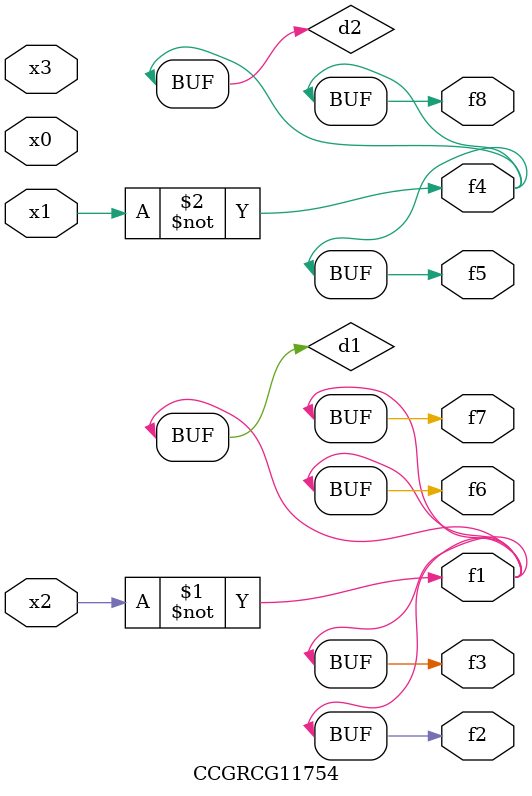
<source format=v>
module CCGRCG11754(
	input x0, x1, x2, x3,
	output f1, f2, f3, f4, f5, f6, f7, f8
);

	wire d1, d2;

	xnor (d1, x2);
	not (d2, x1);
	assign f1 = d1;
	assign f2 = d1;
	assign f3 = d1;
	assign f4 = d2;
	assign f5 = d2;
	assign f6 = d1;
	assign f7 = d1;
	assign f8 = d2;
endmodule

</source>
